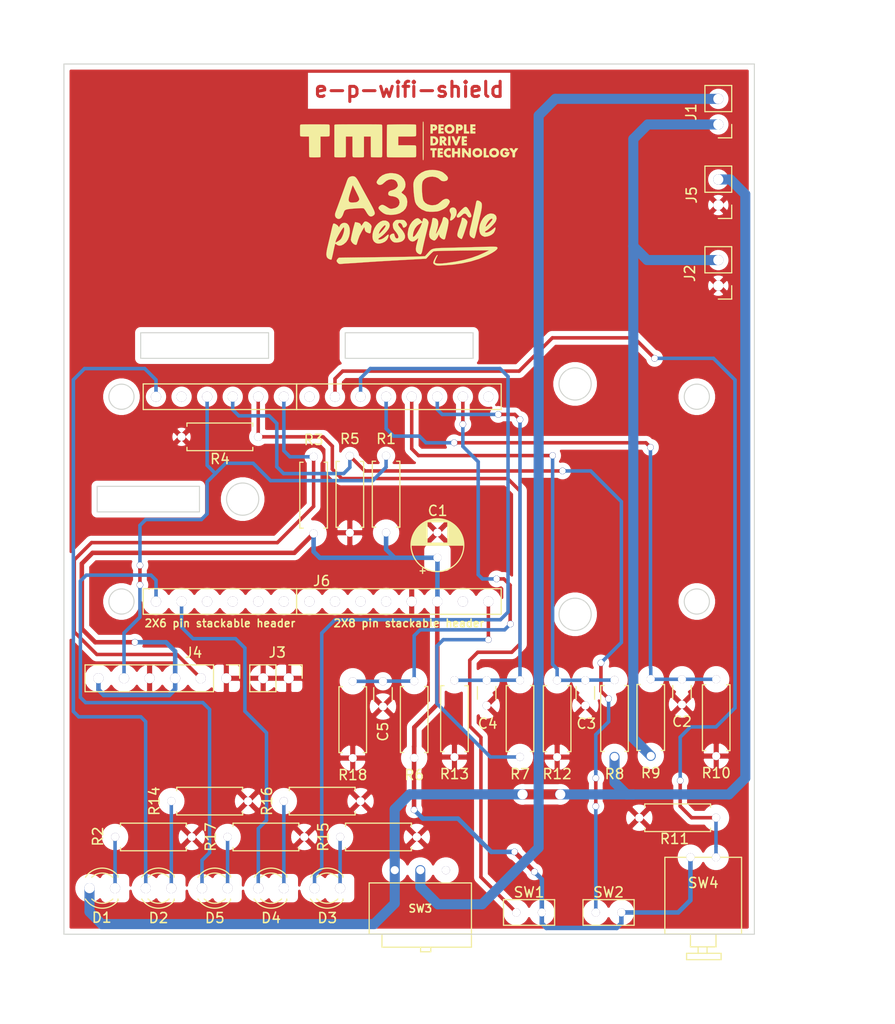
<source format=kicad_pcb>
(kicad_pcb (version 20171130) (host pcbnew "(5.1.4)-1")
  (title_block (title "routage e-p-wifi-shield") (date 2019-11-26) (rev 1.0) (company "A3C et TMC") (comment 1 "1ère version du shield, prototype 3") (comment 2 https://github.com/AIREL46/SCAO/tree/master/kicad/e-p-wifi-shield))
  (layers (0 F.Cu signal) (31 B.Cu signal) (34 B.Paste user) (35 F.Paste user) (36 B.SilkS user) (37 F.SilkS user) (38 B.Mask user) (39 F.Mask user) (44 Edge.Cuts user))
  (net 0 "")
  (net 1 +3V3)
  (net 2 GND)
  (net 3 "Net-(C2-Pad1)")
  (net 4 "Net-(C3-Pad1)")
  (net 5 "Net-(C4-Pad1)")
  (net 6 "Net-(C5-Pad1)")
  (net 7 "Net-(D1-Pad2)")
  (net 8 "Net-(D1-Pad1)")
  (net 9 "Net-(D2-Pad1)")
  (net 10 "Net-(D2-Pad2)")
  (net 11 "Net-(D3-Pad2)")
  (net 12 "Net-(D3-Pad1)")
  (net 13 "Net-(D4-Pad1)")
  (net 14 "Net-(D4-Pad2)")
  (net 15 "Net-(D5-Pad1)")
  (net 16 "Net-(D5-Pad2)")
  (net 17 "Net-(J1-Pad1)")
  (net 18 "Net-(J1-Pad2)")
  (net 19 "Net-(J4-Pad2)")
  (net 20 "Net-(J4-Pad5)")
  (net 21 "Net-(J6-PadAREF)")
  (net 22 "Net-(J6-PadVIN)")
  (net 23 "Net-(J6-PadRESET)")
  (net 24 "Net-(J6-PadTX)")
  (net 25 "Net-(J6-PadRX)")
  (net 26 "Net-(J6-PadA5)")
  (net 27 "Net-(J6-PadSCL)")
  (net 28 "Net-(J6-PadA6)")
  (net 29 "Net-(J6-PadSDA)")
  (net 30 "Net-(J6-PadMISO)")
  (net 31 "Net-(J6-PadD1)")
  (net 32 "Net-(J6-PadSCK)")
  (net 33 "Net-(J6-PadD2)")
  (net 34 "Net-(J6-PadMOSI)")
  (net 35 "Net-(J6-PadD4)")
  (net 36 "Net-(J6-Pad+5V)")
  (net 37 "Net-(SW3-Pad1)")
  (module LED_THT:LED_D3.0mm (layer F.Cu) (at 47.244 107.188 180)
    (fp_text reference D4 (at 1.27 -2.96) (layer F.SilkS))
    (fp_text value Rouge)
    (pad 1 thru_hole circle (at 0 0 180) (size 1 1) (drill 1) (layers *.Cu *.Mask) (net 13 "Net-(D4-Pad1)"))
    (pad 2 thru_hole circle (at 2.54 0 180) (size 1 1) (drill 1) (layers *.Cu *.Mask) (net 14 "Net-(D4-Pad2)"))
  )
  (module LED_THT:LED_D3.0mm (layer F.Cu) (at 36.068 107.188 180)
    (fp_text reference D2 (at 1.27 -2.96) (layer F.SilkS))
    (fp_text value Vert)
    (pad 1 thru_hole circle (at 0 0 180) (size 1 1) (drill 1) (layers *.Cu *.Mask) (net 9 "Net-(D2-Pad1)"))
    (pad 2 thru_hole circle (at 2.54 0 180) (size 1 1) (drill 1) (layers *.Cu *.Mask) (net 10 "Net-(D2-Pad2)"))
  )
  (module e-p-wifi-v2:switch (layer F.Cu) (at 60.8 105.4)
    (fp_text reference SW3 (at 0 3.81) (layer F.SilkS) (effects (font (size 0.762 0.762))))
    (fp_text value "Conrad 711771")
    (pad 2 thru_hole circle (at 0 0) (size 0.8 0.8) (drill 0.8) (layers *.Cu *.Mask) (net 18 "Net-(J1-Pad2)"))
    (pad 3 thru_hole circle (at -2.54 0) (size 0.8 0.8) (drill 0.8) (layers *.Cu *.Mask) (net 7 "Net-(D1-Pad2)"))
    (pad 1 thru_hole circle (at 2.54 0) (size 0.8 0.8) (drill 0.8) (layers *.Cu *.Mask) (net 37 "Net-(SW3-Pad1)"))
  )
  (module Connector_PinHeader_2.54mm:PinHeader_1x06_P2.54mm_Vertical (layer F.Cu) (at 41.53 86.36 270)
    (fp_text reference J4 (at -2.54 3.2522 180) (layer F.SilkS))
    (fp_text value Température)
    (pad 1 thru_hole circle (at 0 0 270) (size 1 1) (drill 1) (layers *.Cu *.Mask) (net 2 GND))
    (pad 2 thru_hole circle (at 0 2.54 270) (size 1 1) (drill 1) (layers *.Cu *.Mask) (net 19 "Net-(J4-Pad2)"))
    (pad 3 thru_hole circle (at 0 5.08 270) (size 1 1) (drill 1) (layers *.Cu *.Mask) (net 1 +3V3))
    (pad 4 thru_hole circle (at 0 7.62 270) (size 1 1) (drill 1) (layers *.Cu *.Mask) (net 2 GND))
    (pad 5 thru_hole circle (at 0 10.16 270) (size 1 1) (drill 1) (layers *.Cu *.Mask) (net 20 "Net-(J4-Pad5)"))
    (pad 6 thru_hole circle (at 0 12.7 270) (size 1 1) (drill 1) (layers *.Cu *.Mask) (net 1 +3V3))
  )
  (module LED_THT:LED_D3.0mm (layer F.Cu) (at 30.48 107.188 180)
    (fp_text reference D1 (at 1.325 -2.925) (layer F.SilkS))
    (fp_text value vert)
    (pad 2 thru_hole circle (at 2.54 0 180) (size 1 1) (drill 1) (layers *.Cu *.Mask) (net 7 "Net-(D1-Pad2)"))
    (pad 1 thru_hole circle (at 0 0 180) (size 1 1) (drill 1) (layers *.Cu *.Mask) (net 8 "Net-(D1-Pad1)"))
  )
  (module Capacitor_THT:C_Disc_D3.0mm_W1.6mm_P2.50mm (layer F.Cu) (at 77.19 86.56 270)
    (fp_text reference C3 (at 4.3 -0.1 180) (layer F.SilkS))
    (fp_text value 0.1mF)
    (pad 2 thru_hole circle (at 2.5 0 270) (size 0.8 0.8) (drill 0.8) (layers *.Cu *.Mask) (net 2 GND))
    (pad 1 thru_hole circle (at 0 0 270) (size 0.8 0.8) (drill 0.8) (layers *.Cu *.Mask) (net 4 "Net-(C3-Pad1)"))
  )
  (module Connector_PinHeader_2.54mm:PinHeader_1x02_P2.54mm_Vertical (layer F.Cu) (at 90.4 31.4 180)
    (fp_text reference J1 (at 2.7 1.225 270) (layer F.SilkS))
    (fp_text value Shunt)
    (pad 1 thru_hole circle (at 0 0 180) (size 1 1) (drill 1) (layers *.Cu *.Mask) (net 17 "Net-(J1-Pad1)"))
    (pad 2 thru_hole circle (at 0 2.54 180) (size 1 1) (drill 1) (layers *.Cu *.Mask) (net 18 "Net-(J1-Pad2)"))
  )
  (module Connector_PinHeader_2.54mm:PinHeader_1x02_P2.54mm_Vertical (layer F.Cu) (at 90.4 47.4 180)
    (fp_text reference J2 (at 2.825 1.225 270) (layer F.SilkS))
    (fp_text value Vbat1)
    (pad 1 thru_hole circle (at 0 0 180) (size 1 1) (drill 1) (layers *.Cu *.Mask) (net 2 GND))
    (pad 2 thru_hole circle (at 0 2.54 180) (size 1 1) (drill 1) (layers *.Cu *.Mask) (net 17 "Net-(J1-Pad1)"))
  )
  (module Connector_PinHeader_2.54mm:PinHeader_1x02_P2.54mm_Vertical (layer F.Cu) (at 47.73 86.36 270)
    (fp_text reference J3 (at -2.56 1.14 180) (layer F.SilkS))
    (fp_text value "Masse T1")
    (pad 2 thru_hole circle (at 0 2.54 270) (size 1 1) (drill 1) (layers *.Cu *.Mask) (net 2 GND))
    (pad 1 thru_hole circle (at 0 0 270) (size 1 1) (drill 1) (layers *.Cu *.Mask) (net 2 GND))
  )
  (module Capacitor_THT:CP_Radial_D5.0mm_P2.50mm (layer F.Cu) (at 62.5 74.4 90)
    (fp_text reference C1 (at 4.66 0.02) (layer F.SilkS))
    (fp_text value 4.7µF)
    (pad 1 thru_hole circle (at 0 0 90) (size 0.8 0.8) (drill 0.8) (layers *.Cu *.Mask) (net 1 +3V3))
    (pad 2 thru_hole circle (at 2.5 0 90) (size 0.8 0.8) (drill 0.8) (layers *.Cu *.Mask) (net 2 GND))
  )
  (module logo:tmc-logo-1200dpi (layer F.Cu) (at 59.69 33.02)
    (fp_text reference G*** hide)
    (fp_text value LOGO hide)
  )
  (module Capacitor_THT:C_Disc_D3.0mm_W1.6mm_P2.50mm (layer F.Cu) (at 86.79 86.46 270)
    (fp_text reference C2 (at 4.2 0 180) (layer F.SilkS))
    (fp_text value 0.1mF)
    (pad 1 thru_hole circle (at 0 0 270) (size 0.8 0.8) (drill 0.8) (layers *.Cu *.Mask) (net 3 "Net-(C2-Pad1)"))
    (pad 2 thru_hole circle (at 2.5 0 270) (size 0.8 0.8) (drill 0.8) (layers *.Cu *.Mask) (net 2 GND))
  )
  (module Capacitor_THT:C_Disc_D3.0mm_W1.6mm_P2.50mm (layer F.Cu) (at 67.39 86.56 270)
    (fp_text reference C4 (at 4.3 -0.1 180) (layer F.SilkS))
    (fp_text value 0.1mF)
    (pad 1 thru_hole circle (at 0 0 270) (size 0.8 0.8) (drill 0.8) (layers *.Cu *.Mask) (net 5 "Net-(C4-Pad1)"))
    (pad 2 thru_hole circle (at 2.5 0 270) (size 0.8 0.8) (drill 0.8) (layers *.Cu *.Mask) (net 2 GND))
  )
  (module LED_THT:LED_D3.0mm (layer F.Cu) (at 41.656 107.188 180)
    (fp_text reference D5 (at 1.27 -2.96) (layer F.SilkS))
    (fp_text value Jaune)
    (pad 1 thru_hole circle (at 0 0 180) (size 1 1) (drill 1) (layers *.Cu *.Mask) (net 15 "Net-(D5-Pad1)"))
    (pad 2 thru_hole circle (at 2.54 0 180) (size 1 1) (drill 1) (layers *.Cu *.Mask) (net 16 "Net-(D5-Pad2)"))
  )
  (module Capacitor_THT:C_Disc_D3.0mm_W1.6mm_P2.50mm (layer F.Cu) (at 57.09 86.66 270)
    (fp_text reference C5 (at 5 0 90) (layer F.SilkS))
    (fp_text value 0.1mF)
    (pad 2 thru_hole circle (at 2.5 0 270) (size 0.8 0.8) (drill 0.8) (layers *.Cu *.Mask) (net 2 GND))
    (pad 1 thru_hole circle (at 0 0 270) (size 0.8 0.8) (drill 0.8) (layers *.Cu *.Mask) (net 6 "Net-(C5-Pad1)"))
  )
  (module logo:a3c-logo-500dpi (layer F.Cu) (at 59.69 40.64)
    (fp_text reference G*** hide)
    (fp_text value LOGO hide)
  )
  (module LED_THT:LED_D3.0mm (layer F.Cu) (at 52.832 107.188 180)
    (fp_text reference D3 (at 1.27 -2.96) (layer F.SilkS))
    (fp_text value bleu)
    (pad 2 thru_hole circle (at 2.54 0 180) (size 1 1) (drill 1) (layers *.Cu *.Mask) (net 11 "Net-(D3-Pad2)"))
    (pad 1 thru_hole circle (at 0 0 180) (size 1 1) (drill 1) (layers *.Cu *.Mask) (net 12 "Net-(D3-Pad1)"))
  )
  (module Connector_PinHeader_2.54mm:PinHeader_1x02_P2.54mm_Vertical (layer F.Cu) (at 90.4 39.4 180)
    (fp_text reference J5 (at 2.65 1 270) (layer F.SilkS))
    (fp_text value Vbat2)
    (pad 2 thru_hole circle (at 0 2.54 180) (size 1 1) (drill 1) (layers *.Cu *.Mask) (net 7 "Net-(D1-Pad2)"))
    (pad 1 thru_hole circle (at 0 0 180) (size 1 1) (drill 1) (layers *.Cu *.Mask) (net 2 GND))
  )
  (module Resistor_THT:R_Axial_DIN0207_L6.3mm_D2.5mm_P7.62mm_Horizontal (layer F.Cu) (at 50.2 72 90)
    (fp_text reference R3 (at 9.3 0 180) (layer F.SilkS))
    (fp_text value 4.7k)
    (pad 1 thru_hole circle (at 0 0 90) (size 0.8 0.8) (drill 0.8) (layers *.Cu *.Mask) (net 1 +3V3))
    (pad 2 thru_hole circle (at 7.62 0 90) (size 0.8 0.8) (drill 0.8) (layers *.Cu *.Mask) (net 19 "Net-(J4-Pad2)"))
  )
  (module Resistor_THT:R_Axial_DIN0207_L6.3mm_D2.5mm_P7.62mm_Horizontal (layer F.Cu) (at 90.19 86.46 270)
    (fp_text reference R10 (at 9.3 0 180) (layer F.SilkS))
    (fp_text value 4.7k)
    (pad 2 thru_hole circle (at 7.62 0 270) (size 0.8 0.8) (drill 0.8) (layers *.Cu *.Mask) (net 2 GND))
    (pad 1 thru_hole circle (at 0 0 270) (size 0.8 0.8) (drill 0.8) (layers *.Cu *.Mask) (net 3 "Net-(C2-Pad1)"))
  )
  (module Resistor_THT:R_Axial_DIN0207_L6.3mm_D2.5mm_P7.62mm_Horizontal (layer F.Cu) (at 64.19 86.56 270)
    (fp_text reference R13 (at 9.3 0) (layer F.SilkS))
    (fp_text value 4.7k)
    (pad 2 thru_hole circle (at 7.62 0 270) (size 0.8 0.8) (drill 0.8) (layers *.Cu *.Mask) (net 2 GND))
    (pad 1 thru_hole circle (at 0 0 270) (size 0.8 0.8) (drill 0.8) (layers *.Cu *.Mask) (net 5 "Net-(C4-Pad1)"))
  )
  (module Resistor_THT:R_Axial_DIN0207_L6.3mm_D2.5mm_P7.62mm_Horizontal (layer F.Cu) (at 53.8 64.3 270)
    (fp_text reference R5 (at -1.7 0 180) (layer F.SilkS))
    (fp_text value 47k)
    (pad 1 thru_hole circle (at 0 0 270) (size 0.8 0.8) (drill 0.8) (layers *.Cu *.Mask) (net 33 "Net-(J6-PadD2)"))
    (pad 2 thru_hole circle (at 7.62 0 270) (size 0.8 0.8) (drill 0.8) (layers *.Cu *.Mask) (net 2 GND))
  )
  (module Resistor_THT:R_Axial_DIN0207_L6.3mm_D2.5mm_P7.62mm_Horizontal (layer F.Cu) (at 43.688 98.552 180)
    (fp_text reference R14 (at 9.3 0 270) (layer F.SilkS))
    (fp_text value 1K)
    (pad 2 thru_hole circle (at 7.62 0 180) (size 0.8 0.8) (drill 0.8) (layers *.Cu *.Mask) (net 9 "Net-(D2-Pad1)"))
    (pad 1 thru_hole circle (at 0 0 180) (size 0.8 0.8) (drill 0.8) (layers *.Cu *.Mask) (net 2 GND))
  )
  (module Resistor_THT:R_Axial_DIN0207_L6.3mm_D2.5mm_P7.62mm_Horizontal (layer F.Cu) (at 60.19 94.26 90)
    (fp_text reference R6 (at -1.7 0 180) (layer F.SilkS))
    (fp_text value 4.7k)
    (pad 2 thru_hole circle (at 7.62 0 90) (size 0.8 0.8) (drill 0.8) (layers *.Cu *.Mask) (net 6 "Net-(C5-Pad1)"))
    (pad 1 thru_hole circle (at 0 0 90) (size 0.8 0.8) (drill 0.8) (layers *.Cu *.Mask) (net 1 +3V3))
  )
  (module Resistor_THT:R_Axial_DIN0207_L6.3mm_D2.5mm_P7.62mm_Horizontal (layer F.Cu) (at 70.7 94.17 90)
    (fp_text reference R7 (at -1.7 0 180) (layer F.SilkS))
    (fp_text value 4.7k)
    (pad 1 thru_hole circle (at 0 0 90) (size 0.8 0.8) (drill 0.8) (layers *.Cu *.Mask) (net 36 "Net-(J6-Pad+5V)"))
    (pad 2 thru_hole circle (at 7.62 0 90) (size 0.8 0.8) (drill 0.8) (layers *.Cu *.Mask) (net 5 "Net-(C4-Pad1)"))
  )
  (module Resistor_THT:R_Axial_DIN0207_L6.3mm_D2.5mm_P7.62mm_Horizontal (layer F.Cu) (at 60.452 102.108 180)
    (fp_text reference R15 (at 9.3 0 270) (layer F.SilkS))
    (fp_text value 1K)
    (pad 1 thru_hole circle (at 0 0 180) (size 0.8 0.8) (drill 0.8) (layers *.Cu *.Mask) (net 2 GND))
    (pad 2 thru_hole circle (at 7.62 0 180) (size 0.8 0.8) (drill 0.8) (layers *.Cu *.Mask) (net 12 "Net-(D3-Pad1)"))
  )
  (module Resistor_THT:R_Axial_DIN0207_L6.3mm_D2.5mm_P7.62mm_Horizontal (layer F.Cu) (at 74.39 86.56 270)
    (fp_text reference R12 (at 9.3 0 180) (layer F.SilkS))
    (fp_text value 4.7k)
    (pad 1 thru_hole circle (at 0 0 270) (size 0.8 0.8) (drill 0.8) (layers *.Cu *.Mask) (net 4 "Net-(C3-Pad1)"))
    (pad 2 thru_hole circle (at 7.62 0 270) (size 0.8 0.8) (drill 0.8) (layers *.Cu *.Mask) (net 2 GND))
  )
  (module Resistor_THT:R_Axial_DIN0207_L6.3mm_D2.5mm_P7.62mm_Horizontal (layer F.Cu) (at 54.864 98.552 180)
    (fp_text reference R16 (at 9.3 0 270) (layer F.SilkS))
    (fp_text value 1K)
    (pad 2 thru_hole circle (at 7.62 0 180) (size 0.8 0.8) (drill 0.8) (layers *.Cu *.Mask) (net 13 "Net-(D4-Pad1)"))
    (pad 1 thru_hole circle (at 0 0 180) (size 0.8 0.8) (drill 0.8) (layers *.Cu *.Mask) (net 2 GND))
  )
  (module Resistor_THT:R_Axial_DIN0207_L6.3mm_D2.5mm_P7.62mm_Horizontal (layer F.Cu) (at 49.276 102.108 180)
    (fp_text reference R17 (at 9.3 0 270) (layer F.SilkS))
    (fp_text value 1K)
    (pad 1 thru_hole circle (at 0 0 180) (size 0.8 0.8) (drill 0.8) (layers *.Cu *.Mask) (net 2 GND))
    (pad 2 thru_hole circle (at 7.62 0 180) (size 0.8 0.8) (drill 0.8) (layers *.Cu *.Mask) (net 15 "Net-(D5-Pad1)"))
  )
  (module Resistor_THT:R_Axial_DIN0207_L6.3mm_D2.5mm_P7.62mm_Horizontal (layer F.Cu) (at 82.55 100.2)
    (fp_text reference R11 (at 3.5 2.1 180) (layer F.SilkS))
    (fp_text value 47k)
    (pad 2 thru_hole circle (at 7.62 0) (size 0.8 0.8) (drill 0.8) (layers *.Cu *.Mask) (net 26 "Net-(J6-PadA5)"))
    (pad 1 thru_hole circle (at 0 0) (size 0.8 0.8) (drill 0.8) (layers *.Cu *.Mask) (net 2 GND))
  )
  (module Resistor_THT:R_Axial_DIN0207_L6.3mm_D2.5mm_P7.62mm_Horizontal (layer F.Cu) (at 80.09 94.16 90)
    (fp_text reference R8 (at -1.7 0 180) (layer F.SilkS))
    (fp_text value 4.7k)
    (pad 2 thru_hole circle (at 7.62 0 90) (size 0.8 0.8) (drill 0.8) (layers *.Cu *.Mask) (net 4 "Net-(C3-Pad1)"))
    (pad 1 thru_hole circle (at 0 0 90) (size 0.8 0.8) (drill 0.8) (layers *.Cu *.Mask) (net 7 "Net-(D1-Pad2)"))
  )
  (module Resistor_THT:R_Axial_DIN0207_L6.3mm_D2.5mm_P7.62mm_Horizontal (layer F.Cu) (at 57.4 71.9 90)
    (fp_text reference R1 (at 9.3 0 180) (layer F.SilkS))
    (fp_text value 4.7k)
    (pad 1 thru_hole circle (at 0 0 90) (size 0.8 0.8) (drill 0.8) (layers *.Cu *.Mask) (net 1 +3V3))
    (pad 2 thru_hole circle (at 7.62 0 90) (size 0.8 0.8) (drill 0.8) (layers *.Cu *.Mask) (net 20 "Net-(J4-Pad5)"))
  )
  (module Resistor_THT:R_Axial_DIN0207_L6.3mm_D2.5mm_P7.62mm_Horizontal (layer F.Cu) (at 38.1 102.108 180)
    (fp_text reference R2 (at 9.32 0.05 90) (layer F.SilkS))
    (fp_text value 1K)
    (pad 2 thru_hole circle (at 7.62 0 180) (size 0.8 0.8) (drill 0.8) (layers *.Cu *.Mask) (net 8 "Net-(D1-Pad1)"))
    (pad 1 thru_hole circle (at 0 0 180) (size 0.8 0.8) (drill 0.8) (layers *.Cu *.Mask) (net 2 GND))
  )
  (module e-p-wifi-v2:PinSocket_2x14_MKR1010 (layer F.Cu) (at 51.055 68.58 270)
    (fp_text reference J6 (at 8.12 0.055 180) (layer F.SilkS))
    (fp_text value Conn_02x14_MKR1010)
    (fp_text user "2X8 pin stackable header" (at 12.32 -8.615 180) (layer F.SilkS) (effects (font (size 0.762 0.762))))
    (fp_text user "2X6 pin stackable header" (at 12.32 10.155 180) (layer F.SilkS) (effects (font (size 0.762 0.762))))
    (pad AREF thru_hole circle (at -10.16 -16.51 270) (size 1 1) (drill 1) (layers *.Cu *.Mask) (net 21 "Net-(J6-PadAREF)"))
    (pad VIN thru_hole circle (at 10.16 -13.97 270) (size 1 1) (drill 1) (layers *.Cu *.Mask) (net 22 "Net-(J6-PadVIN)"))
    (pad A0 thru_hole circle (at -10.16 -13.97 270) (size 1 1) (drill 1) (layers *.Cu *.Mask) (net 6 "Net-(C5-Pad1)"))
    (pad +3V3 thru_hole circle (at 10.16 -11.43 270) (size 1 1) (drill 1) (layers *.Cu *.Mask) (net 1 +3V3))
    (pad A1 thru_hole circle (at -10.16 -11.43 270) (size 1 1) (drill 1) (layers *.Cu *.Mask) (net 5 "Net-(C4-Pad1)"))
    (pad GND thru_hole circle (at 10.16 -8.89 270) (size 1 1) (drill 1) (layers *.Cu *.Mask) (net 2 GND))
    (pad A2 thru_hole circle (at -10.16 -8.89 270) (size 1 1) (drill 1) (layers *.Cu *.Mask) (net 4 "Net-(C3-Pad1)"))
    (pad RESET thru_hole circle (at 10.16 -6.35 270) (size 1 1) (drill 1) (layers *.Cu *.Mask) (net 23 "Net-(J6-PadRESET)"))
    (pad A3 thru_hole circle (at -10.16 -6.35 270) (size 1 1) (drill 1) (layers *.Cu *.Mask) (net 3 "Net-(C2-Pad1)"))
    (pad TX thru_hole circle (at 10.16 -3.81 270) (size 1 1) (drill 1) (layers *.Cu *.Mask) (net 24 "Net-(J6-PadTX)"))
    (pad A4 thru_hole circle (at -10.16 -3.81 270) (size 1 1) (drill 1) (layers *.Cu *.Mask) (net 11 "Net-(D3-Pad2)"))
    (pad RX thru_hole circle (at 10.16 -1.27 270) (size 1 1) (drill 1) (layers *.Cu *.Mask) (net 25 "Net-(J6-PadRX)"))
    (pad A5 thru_hole circle (at -10.16 -1.27 270) (size 1 1) (drill 1) (layers *.Cu *.Mask) (net 26 "Net-(J6-PadA5)"))
    (pad SCL thru_hole circle (at 10.16 1.27 270) (size 1 1) (drill 1) (layers *.Cu *.Mask) (net 27 "Net-(J6-PadSCL)"))
    (pad A6 thru_hole circle (at -10.16 1.27 270) (size 1 1) (drill 1) (layers *.Cu *.Mask) (net 28 "Net-(J6-PadA6)"))
    (pad SDA thru_hole circle (at 10.16 3.81 270) (size 1 1) (drill 1) (layers *.Cu *.Mask) (net 29 "Net-(J6-PadSDA)"))
    (pad D0 thru_hole circle (at -10.16 3.81 270) (size 1 1) (drill 1) (layers *.Cu *.Mask) (net 19 "Net-(J4-Pad2)"))
    (pad MISO thru_hole circle (at 10.16 6.35 270) (size 1 1) (drill 1) (layers *.Cu *.Mask) (net 30 "Net-(J6-PadMISO)"))
    (pad D1 thru_hole circle (at -10.16 6.35 270) (size 1 1) (drill 1) (layers *.Cu *.Mask) (net 31 "Net-(J6-PadD1)"))
    (pad SCK thru_hole circle (at 10.16 8.89 270) (size 1 1) (drill 1) (layers *.Cu *.Mask) (net 32 "Net-(J6-PadSCK)"))
    (pad D2 thru_hole circle (at -10.16 8.89 270) (size 1 1) (drill 1) (layers *.Cu *.Mask) (net 33 "Net-(J6-PadD2)"))
    (pad MOSI thru_hole circle (at 10.16 11.43 270) (size 1 1) (drill 1) (layers *.Cu *.Mask) (net 34 "Net-(J6-PadMOSI)"))
    (pad D3 thru_hole circle (at -10.16 11.43 270) (size 1 1) (drill 1) (layers *.Cu *.Mask) (net 20 "Net-(J4-Pad5)"))
    (pad D7 thru_hole circle (at 10.16 13.97 270) (size 1 1) (drill 1) (layers *.Cu *.Mask) (net 14 "Net-(D4-Pad2)"))
    (pad D4 thru_hole circle (at -10.16 13.97 270) (size 1 1) (drill 1) (layers *.Cu *.Mask) (net 35 "Net-(J6-PadD4)"))
    (pad D6 thru_hole circle (at 10.16 16.51 270) (size 1 1) (drill 1) (layers *.Cu *.Mask) (net 16 "Net-(D5-Pad2)"))
    (pad D5 thru_hole circle (at -10.16 16.51 270) (size 1 1) (drill 1) (layers *.Cu *.Mask) (net 10 "Net-(D2-Pad2)"))
    (pad +5V thru_hole circle (at 10.16 -16.51 270) (size 1 1) (drill 1) (layers *.Cu *.Mask) (net 36 "Net-(J6-Pad+5V)"))
  )
  (module Resistor_THT:R_Axial_DIN0207_L6.3mm_D2.5mm_P7.62mm_Horizontal (layer F.Cu) (at 44.7 62.4 180)
    (fp_text reference R4 (at 3.8 -2.2) (layer F.SilkS))
    (fp_text value 47k)
    (pad 2 thru_hole circle (at 7.62 0 180) (size 0.8 0.8) (drill 0.8) (layers *.Cu *.Mask) (net 2 GND))
    (pad 1 thru_hole circle (at 0 0 180) (size 0.8 0.8) (drill 0.8) (layers *.Cu *.Mask) (net 31 "Net-(J6-PadD1)"))
  )
  (module Resistor_THT:R_Axial_DIN0207_L6.3mm_D2.5mm_P7.62mm_Horizontal (layer F.Cu) (at 83.69 94.06 90)
    (fp_text reference R9 (at -1.7 0 180) (layer F.SilkS))
    (fp_text value 4.7k)
    (pad 1 thru_hole circle (at 0 0 90) (size 0.8 0.8) (drill 0.8) (layers *.Cu *.Mask) (net 17 "Net-(J1-Pad1)"))
    (pad 2 thru_hole circle (at 7.62 0 90) (size 0.8 0.8) (drill 0.8) (layers *.Cu *.Mask) (net 3 "Net-(C2-Pad1)"))
  )
  (module Resistor_THT:R_Axial_DIN0207_L6.3mm_D2.5mm_P7.62mm_Horizontal (layer F.Cu) (at 54.09 86.66 270)
    (fp_text reference R18 (at 9.3 0 180) (layer F.SilkS))
    (fp_text value 4.7k)
    (pad 1 thru_hole circle (at 0 0 270) (size 0.8 0.8) (drill 0.8) (layers *.Cu *.Mask) (net 6 "Net-(C5-Pad1)"))
    (pad 2 thru_hole circle (at 7.62 0 270) (size 0.8 0.8) (drill 0.8) (layers *.Cu *.Mask) (net 2 GND))
  )
  (module e-p-wifi-v2:BP (layer F.Cu) (at 88.9 104.125)
    (fp_text reference SW4 (at 0 2.54) (layer F.SilkS))
    (fp_text value "BP APEM")
    (pad 1 thru_hole circle (at -1.27 0) (size 0.8 0.8) (drill 0.8) (layers *.Cu *.Mask) (net 1 +3V3))
    (pad 2 thru_hole circle (at 1.27 0) (size 0.8 0.8) (drill 0.8) (layers *.Cu *.Mask) (net 26 "Net-(J6-PadA5)"))
  )
  (module e-p-wifi-v2:jumper-switch (layer F.Cu) (at 79.5 109.6 180)
    (fp_text reference SW2 (at 0 2) (layer F.SilkS))
    (fp_text value Sleep)
    (pad 1 thru_hole circle (at -1.27 0 180) (size 0.8 0.8) (drill 0.8) (layers *.Cu *.Mask) (net 1 +3V3))
    (pad 2 thru_hole circle (at 1.27 0 180) (size 0.8 0.8) (drill 0.8) (layers *.Cu *.Mask) (net 33 "Net-(J6-PadD2)"))
  )
  (module e-p-wifi-v2:jumper-switch (layer F.Cu) (at 71.6 109.6 180)
    (fp_text reference SW1 (at 0 2) (layer F.SilkS))
    (fp_text value StSp)
    (pad 2 thru_hole circle (at 1.27 0 180) (size 0.8 0.8) (drill 0.8) (layers *.Cu *.Mask) (net 31 "Net-(J6-PadD1)"))
    (pad 1 thru_hole circle (at -1.27 0 180) (size 0.8 0.8) (drill 0.8) (layers *.Cu *.Mask) (net 1 +3V3))
  )
  (gr_circle (center 43.1546 68.58) (end 44.7546 68.58) (layer Edge.Cuts) (width 0.1))
  (gr_circle (center 31.115 58.42) (end 32.365 58.42) (layer Edge.Cuts) (width 0.1))
  (gr_circle (center 31.115 78.74) (end 32.365 78.74) (layer Edge.Cuts) (width 0.1))
  (gr_circle (center 88.265 58.42) (end 89.515 58.42) (layer Edge.Cuts) (width 0.1))
  (gr_circle (center 76.1746 57.15) (end 77.7746 57.15) (layer Edge.Cuts) (width 0.1))
  (gr_circle (center 76.1746 80.01) (end 77.7746 80.01) (layer Edge.Cuts) (width 0.1))
  (gr_circle (center 88.265 78.74) (end 89.515 78.74) (layer Edge.Cuts) (width 0.1))
  (gr_line (start 45.726 52.07) (end 45.726 54.61) (layer Edge.Cuts) (width 0.1))
  (gr_line (start 33.026 52.07) (end 33.026 54.61) (layer Edge.Cuts) (width 0.1))
  (gr_line (start 33.026 52.07) (end 45.726 52.07) (layer Edge.Cuts) (width 0.1))
  (gr_line (start 33.026 54.61) (end 45.726 54.61) (layer Edge.Cuts) (width 0.1))
  (gr_line (start 53.34 54.61) (end 53.34 52.07) (layer Edge.Cuts) (width 0.1))
  (gr_line (start 66.04 52.07) (end 66.04 54.61) (layer Edge.Cuts) (width 0.1))
  (gr_line (start 53.34 52.07) (end 66.04 52.07) (layer Edge.Cuts) (width 0.1))
  (gr_line (start 53.34 54.61) (end 66.04 54.61) (layer Edge.Cuts) (width 0.1))
  (gr_line (start 28.702 69.85) (end 38.862 69.85) (layer Edge.Cuts) (width 0.1))
  (gr_line (start 38.862 67.31) (end 28.702 67.31) (layer Edge.Cuts) (width 0.1))
  (gr_line (start 28.702 67.31) (end 28.702 69.85) (layer Edge.Cuts) (width 0.1))
  (gr_line (start 25.4 111.76) (end 93.98 111.76) (layer Edge.Cuts) (width 0.1))
  (gr_line (start 93.98 25.4) (end 93.98 111.76) (layer Edge.Cuts) (width 0.1))
  (gr_line (start 25.4 25.4) (end 25.4 111.76) (layer Edge.Cuts) (width 0.1))
  (gr_line (start 38.862 67.31) (end 38.862 69.85) (layer Edge.Cuts) (width 0.1))
  (gr_line (start 25.4 25.4) (end 93.98 25.4) (layer Edge.Cuts) (width 0.1))
  (gr_text e-p-wifi-shield (at 59.69 27.94) (layer F.Cu) (effects (font (size 1.5 1.5) (thickness 0.3))))
  (segment (start 87.63 108.3818) (end 87.63 104.125) (width 0.45) (layer B.Cu) (net 1))
  (segment (start 80.77 109.6) (end 86.4118 109.6) (width 0.45) (layer B.Cu) (net 1))
  (segment (start 86.4118 109.6) (end 87.63 108.3818) (width 0.45) (layer B.Cu) (net 1))
  (segment (start 72.87 110.67763) (end 72.87 109.6) (width 0.45) (layer B.Cu) (net 1))
  (segment (start 73.32736 111.13499) (end 72.87 110.67763) (width 0.45) (layer B.Cu) (net 1))
  (segment (start 80.31264 111.13499) (end 73.32736 111.13499) (width 0.45) (layer B.Cu) (net 1))
  (segment (start 80.77 110.67763) (end 80.31264 111.13499) (width 0.45) (layer B.Cu) (net 1))
  (segment (start 80.77 109.6) (end 80.77 110.67763) (width 0.45) (layer B.Cu) (net 1))
  (segment (start 72.87 109.6) (end 72.87 106.30656) (width 0.45) (layer B.Cu) (net 1))
  (segment (start 72.87 106.30656) (end 72.13281 105.56937) (width 0.45) (layer B.Cu) (net 1))
  (segment (start 71.582811 105.019371) (end 71.582811 105.014291) (width 0.45) (layer F.Cu) (net 1))
  (segment (start 72.13281 105.56937) (end 71.582811 105.019371) (width 0.45) (layer F.Cu) (net 1))
  (segment (start 71.582811 105.014291) (end 70.15672 103.5882) (width 0.45) (layer F.Cu) (net 1))
  (segment (start 70.15672 103.5882) (end 70.15418 103.5882) (width 0.45) (layer F.Cu) (net 1))
  (segment (start 60.17703 94.27297) (end 60.19 94.26) (width 0.45) (layer F.Cu) (net 1))
  (segment (start 60.17703 99.41241) (end 60.17703 94.27297) (width 0.45) (layer F.Cu) (net 1))
  (segment (start 61.05144 100.28682) (end 60.17703 99.41241) (width 0.45) (layer B.Cu) (net 1))
  (segment (start 64.54902 100.28682) (end 61.05144 100.28682) (width 0.45) (layer B.Cu) (net 1))
  (segment (start 70.15418 103.5882) (end 67.8504 103.5882) (width 0.45) (layer B.Cu) (net 1))
  (segment (start 67.8504 103.5882) (end 64.54902 100.28682) (width 0.45) (layer B.Cu) (net 1))
  (segment (start 28.83 87.49638) (end 28.83 86.36) (width 0.45) (layer B.Cu) (net 1))
  (segment (start 29.35915 88.02553) (end 28.83 87.49638) (width 0.45) (layer B.Cu) (net 1))
  (segment (start 35.85789 88.02553) (end 29.35915 88.02553) (width 0.45) (layer B.Cu) (net 1))
  (segment (start 36.45 86.36) (end 36.45 87.43342) (width 0.45) (layer B.Cu) (net 1))
  (segment (start 36.45 87.43342) (end 35.85789 88.02553) (width 0.45) (layer B.Cu) (net 1))
  (segment (start 62.5 78.725) (end 62.485 78.74) (width 0.45) (layer B.Cu) (net 1))
  (segment (start 62.5 74.4) (end 62.5 78.725) (width 0.45) (layer B.Cu) (net 1))
  (segment (start 57.4 73.56202) (end 57.4 71.9) (width 0.45) (layer B.Cu) (net 1))
  (segment (start 62.5 74.4) (end 58.23798 74.4) (width 0.45) (layer B.Cu) (net 1))
  (segment (start 58.23798 74.4) (end 57.4 73.56202) (width 0.45) (layer B.Cu) (net 1))
  (segment (start 50.2 73.78644) (end 50.2 72) (width 0.45) (layer B.Cu) (net 1))
  (segment (start 58.23798 74.4) (end 50.81356 74.4) (width 0.45) (layer B.Cu) (net 1))
  (segment (start 50.81356 74.4) (end 50.2 73.78644) (width 0.45) (layer B.Cu) (net 1))
  (segment (start 62.485 88.94) (end 62.485 78.74) (width 0.45) (layer F.Cu) (net 1))
  (segment (start 60.2 91.225) (end 62.485 88.94) (width 0.45) (layer F.Cu) (net 1))
  (segment (start 60.2 93.11863) (end 60.2 91.225) (width 0.45) (layer F.Cu) (net 1))
  (segment (start 60.19 94.26) (end 60.19 93.12863) (width 0.45) (layer F.Cu) (net 1))
  (segment (start 60.19 93.12863) (end 60.2 93.11863) (width 0.45) (layer F.Cu) (net 1))
  (segment (start 28.2448 73.914) (end 48.286 73.914) (width 0.45) (layer F.Cu) (net 1))
  (segment (start 27.178 74.9808) (end 28.2448 73.914) (width 0.45) (layer F.Cu) (net 1))
  (segment (start 28.51404 82.78368) (end 27.178 81.44764) (width 0.45) (layer F.Cu) (net 1))
  (segment (start 32.445 82.78368) (end 28.51404 82.78368) (width 0.45) (layer F.Cu) (net 1))
  (segment (start 27.178 81.44764) (end 27.178 74.9808) (width 0.45) (layer F.Cu) (net 1))
  (segment (start 48.286 73.914) (end 50.2 72) (width 0.45) (layer F.Cu) (net 1))
  (via (at 70.15418 103.5882) (size 0.65) (drill 0.6) (layers F.Cu B.Cu) (net 1))
  (via (at 72.13281 105.56937) (size 0.65) (drill 0.6) (layers F.Cu B.Cu) (net 1))
  (via (at 60.17703 99.41241) (size 0.65) (drill 0.6) (layers F.Cu B.Cu) (net 1))
  (via (at 32.445 82.78368) (size 0.65) (drill 0.6) (layers F.Cu B.Cu) (net 1))
  (segment (start 35.53968 82.78368) (end 32.445 82.78368) (width 0.45) (layer B.Cu) (net 1))
  (segment (start 36.45 86.36) (end 36.45 83.694) (width 0.45) (layer B.Cu) (net 1))
  (segment (start 36.45 83.694) (end 35.53968 82.78368) (width 0.45) (layer B.Cu) (net 1))
  (segment (start 90.19 86.46) (end 86.79 86.46) (width 0.35) (layer B.Cu) (net 3))
  (segment (start 83.71 86.46) (end 83.69 86.44) (width 0.35) (layer B.Cu) (net 3))
  (segment (start 86.79 86.46) (end 83.71 86.46) (width 0.35) (layer B.Cu) (net 3))
  (segment (start 83.210001 62.990001) (end 64.160001 62.990001) (width 0.35) (layer F.Cu) (net 3))
  (segment (start 83.66 85.27863) (end 83.66 63.44) (width 0.35) (layer B.Cu) (net 3))
  (segment (start 83.69 85.30863) (end 83.66 85.27863) (width 0.35) (layer B.Cu) (net 3))
  (segment (start 83.69 86.44) (end 83.69 85.30863) (width 0.35) (layer B.Cu) (net 3))
  (segment (start 83.66 63.44) (end 83.210001 62.990001) (width 0.35) (layer F.Cu) (net 3))
  (via (at 83.66 63.44) (size 0.65) (drill 0.6) (layers F.Cu B.Cu) (net 3))
  (via (at 64.160001 62.990001) (size 0.65) (drill 0.6) (layers F.Cu B.Cu) (net 3))
  (segment (start 57.405 61.585) (end 57.405 58.42) (width 0.35) (layer B.Cu) (net 3))
  (segment (start 58.15 62.33) (end 57.405 61.585) (width 0.35) (layer B.Cu) (net 3))
  (segment (start 60.7044 62.33) (end 58.15 62.33) (width 0.35) (layer B.Cu) (net 3))
  (segment (start 64.160001 62.990001) (end 61.364401 62.990001) (width 0.35) (layer B.Cu) (net 3))
  (segment (start 61.364401 62.990001) (end 60.7044 62.33) (width 0.35) (layer B.Cu) (net 3))
  (segment (start 77.21 86.54) (end 77.19 86.56) (width 0.35) (layer B.Cu) (net 4))
  (segment (start 80.09 86.54) (end 77.21 86.54) (width 0.35) (layer B.Cu) (net 4))
  (segment (start 77.19 86.56) (end 74.39 86.56) (width 0.35) (layer B.Cu) (net 4))
  (segment (start 59.945 59.622081) (end 59.945 58.42) (width 0.35) (layer F.Cu) (net 4))
  (segment (start 59.945 63.585) (end 59.945 59.622081) (width 0.35) (layer F.Cu) (net 4))
  (segment (start 73.94 64.26) (end 60.62 64.26) (width 0.35) (layer F.Cu) (net 4))
  (segment (start 60.62 64.26) (end 59.945 63.585) (width 0.35) (layer F.Cu) (net 4))
  (segment (start 73.94 84.97863) (end 73.94 64.26) (width 0.35) (layer B.Cu) (net 4))
  (segment (start 74.39 86.56) (end 74.39 85.42863) (width 0.35) (layer B.Cu) (net 4))
  (segment (start 74.39 85.42863) (end 73.94 84.97863) (width 0.35) (layer B.Cu) (net 4))
  (via (at 73.94 64.26) (size 0.65) (drill 0.6) (layers F.Cu B.Cu) (net 4))
  (segment (start 67.4 86.55) (end 67.39 86.56) (width 0.35) (layer B.Cu) (net 5))
  (segment (start 70.7 86.55) (end 67.4 86.55) (width 0.35) (layer B.Cu) (net 5))
  (segment (start 67.39 86.56) (end 64.19 86.56) (width 0.35) (layer B.Cu) (net 5))
  (segment (start 70.7 86.55) (end 70.7 60.68986) (width 0.35) (layer B.Cu) (net 5))
  (segment (start 70.7 60.68986) (end 70.18514 60.175) (width 0.35) (layer F.Cu) (net 5))
  (segment (start 70.18514 60.175) (end 68.875 60.175) (width 0.35) (layer F.Cu) (net 5))
  (segment (start 68.875 60.175) (end 68.53972 60.175) (width 0.35) (layer F.Cu) (net 5))
  (segment (start 62.485 59.685) (end 62.485 58.42) (width 0.35) (layer B.Cu) (net 5))
  (segment (start 68.53972 60.175) (end 62.975 60.175) (width 0.35) (layer B.Cu) (net 5))
  (segment (start 62.975 60.175) (end 62.485 59.685) (width 0.35) (layer B.Cu) (net 5))
  (via (at 70.7 60.68986) (size 0.65) (drill 0.6) (layers F.Cu B.Cu) (net 5))
  (via (at 68.53972 60.175) (size 0.65) (drill 0.6) (layers F.Cu B.Cu) (net 5))
  (segment (start 57.11 86.64) (end 57.09 86.66) (width 0.35) (layer B.Cu) (net 6))
  (segment (start 60.19 86.64) (end 57.11 86.64) (width 0.35) (layer B.Cu) (net 6))
  (segment (start 57.09 86.66) (end 54.09 86.66) (width 0.35) (layer B.Cu) (net 6))
  (segment (start 69.725 80.975) (end 69.725 77.125) (width 0.35) (layer F.Cu) (net 6))
  (segment (start 69.725 77.125) (end 69.1 76.5) (width 0.35) (layer F.Cu) (net 6))
  (segment (start 69.1 76.5) (end 68.375 76.5) (width 0.35) (layer F.Cu) (net 6))
  (segment (start 65.025 61.15) (end 65.025 58.42) (width 0.35) (layer F.Cu) (net 6))
  (segment (start 65.025 61.1) (end 65.025 61.15) (width 0.35) (layer B.Cu) (net 6))
  (segment (start 65.025 63.35) (end 65.025 61.1) (width 0.35) (layer B.Cu) (net 6))
  (segment (start 66.55 64.875) (end 65.025 63.35) (width 0.35) (layer B.Cu) (net 6))
  (segment (start 66.55 76.075) (end 66.55 64.875) (width 0.35) (layer B.Cu) (net 6))
  (segment (start 68.375 76.5) (end 66.975 76.5) (width 0.35) (layer B.Cu) (net 6))
  (segment (start 66.975 76.5) (end 66.55 76.075) (width 0.35) (layer B.Cu) (net 6))
  (segment (start 69.75 80.975) (end 69.725 80.975) (width 0.35) (layer B.Cu) (net 6))
  (segment (start 69.175 81.55) (end 69.75 80.975) (width 0.35) (layer B.Cu) (net 6))
  (segment (start 60.775 81.55) (end 69.175 81.55) (width 0.35) (layer B.Cu) (net 6))
  (segment (start 60.19 86.64) (end 60.19 82.135) (width 0.35) (layer B.Cu) (net 6))
  (segment (start 60.19 82.135) (end 60.775 81.55) (width 0.35) (layer B.Cu) (net 6))
  (via (at 69.75 80.975) (size 0.65) (drill 0.6) (layers F.Cu B.Cu) (net 6))
  (via (at 65.025 61.15) (size 0.65) (drill 0.6) (layers F.Cu B.Cu) (net 6))
  (via (at 68.375 76.5) (size 0.65) (drill 0.6) (layers F.Cu B.Cu) (net 6))
  (segment (start 91.602081 36.86) (end 90.4 36.86) (width 1) (layer B.Cu) (net 7))
  (segment (start 93.07999 38.337909) (end 91.602081 36.86) (width 1) (layer B.Cu) (net 7))
  (segment (start 93.07999 96.25415) (end 93.07999 38.337909) (width 1) (layer B.Cu) (net 7))
  (segment (start 91.45016 97.88398) (end 93.07999 96.25415) (width 1) (layer B.Cu) (net 7))
  (segment (start 74.70256 97.88398) (end 81.95564 97.88398) (width 1) (layer B.Cu) (net 7))
  (segment (start 81.95564 97.88398) (end 91.45016 97.88398) (width 1) (layer B.Cu) (net 7))
  (segment (start 81.29524 97.88398) (end 81.95564 97.88398) (width 1) (layer B.Cu) (net 7))
  (segment (start 80.09 94.16) (end 80.09 96.67874) (width 1) (layer B.Cu) (net 7))
  (segment (start 80.09 96.67874) (end 81.29524 97.88398) (width 1) (layer B.Cu) (net 7))
  (segment (start 58.26 108.69928) (end 58.26 105.4) (width 1) (layer B.Cu) (net 7))
  (segment (start 56.20512 110.75416) (end 58.26 108.69928) (width 1) (layer B.Cu) (net 7))
  (segment (start 29.15412 110.75416) (end 56.20512 110.75416) (width 1) (layer B.Cu) (net 7))
  (segment (start 27.94 107.188) (end 27.94 109.54004) (width 1) (layer B.Cu) (net 7))
  (segment (start 27.94 109.54004) (end 29.15412 110.75416) (width 1) (layer B.Cu) (net 7))
  (segment (start 58.26 104.32237) (end 58.25236 104.31473) (width 1) (layer B.Cu) (net 7))
  (segment (start 58.26 105.4) (end 58.26 104.32237) (width 1) (layer B.Cu) (net 7))
  (segment (start 58.25236 104.31473) (end 58.25236 99.35718) (width 1) (layer B.Cu) (net 7))
  (segment (start 58.25236 99.35718) (end 59.73064 97.8789) (width 1) (layer B.Cu) (net 7))
  (segment (start 59.73064 97.8789) (end 70.95236 97.8789) (width 1) (layer B.Cu) (net 7))
  (via (at 74.70256 97.88398) (size 1.05) (drill 1) (layers F.Cu B.Cu) (net 7))
  (via (at 70.95236 97.8789) (size 1.05) (drill 1) (layers F.Cu B.Cu) (net 7))
  (segment (start 74.69748 97.8789) (end 74.70256 97.88398) (width 1) (layer F.Cu) (net 7))
  (segment (start 70.95236 97.8789) (end 74.69748 97.8789) (width 1) (layer F.Cu) (net 7))
  (segment (start 30.48 105.938) (end 30.48 102.108) (width 0.35) (layer B.Cu) (net 8))
  (segment (start 30.48 107.188) (end 30.48 105.938) (width 0.35) (layer B.Cu) (net 8))
  (segment (start 36.068 105.938) (end 36.068 98.552) (width 0.35) (layer B.Cu) (net 9))
  (segment (start 36.068 107.188) (end 36.068 105.938) (width 0.35) (layer B.Cu) (net 9))
  (segment (start 34.545 56.74714) (end 34.545 58.42) (width 0.35) (layer B.Cu) (net 10))
  (segment (start 33.42386 55.626) (end 34.545 56.74714) (width 0.35) (layer B.Cu) (net 10))
  (segment (start 27.4447 55.626) (end 33.42386 55.626) (width 0.35) (layer B.Cu) (net 10))
  (segment (start 26.33472 89.6493) (end 26.33472 56.73598) (width 0.35) (layer B.Cu) (net 10))
  (segment (start 33.528 105.915208) (end 33.51784 105.905048) (width 0.35) (layer B.Cu) (net 10))
  (segment (start 33.51784 90.6653) (end 33.03778 90.18524) (width 0.35) (layer B.Cu) (net 10))
  (segment (start 26.33472 56.73598) (end 27.4447 55.626) (width 0.35) (layer B.Cu) (net 10))
  (segment (start 33.528 107.188) (end 33.528 105.915208) (width 0.35) (layer B.Cu) (net 10))
  (segment (start 33.03778 90.18524) (end 26.87066 90.18524) (width 0.35) (layer B.Cu) (net 10))
  (segment (start 33.51784 105.905048) (end 33.51784 90.6653) (width 0.35) (layer B.Cu) (net 10))
  (segment (start 26.87066 90.18524) (end 26.33472 89.6493) (width 0.35) (layer B.Cu) (net 10))
  (segment (start 55.83174 55.62346) (end 54.865 56.5902) (width 0.35) (layer B.Cu) (net 11))
  (segment (start 68.71716 55.62346) (end 55.83174 55.62346) (width 0.35) (layer B.Cu) (net 11))
  (segment (start 69.51472 56.42102) (end 68.71716 55.62346) (width 0.35) (layer B.Cu) (net 11))
  (segment (start 50.292 105.915208) (end 51.00828 105.198928) (width 0.35) (layer B.Cu) (net 11))
  (segment (start 50.292 107.188) (end 50.292 105.915208) (width 0.35) (layer B.Cu) (net 11))
  (segment (start 54.865 56.5902) (end 54.865 58.42) (width 0.35) (layer B.Cu) (net 11))
  (segment (start 51.00828 105.198928) (end 51.00828 81.87944) (width 0.35) (layer B.Cu) (net 11))
  (segment (start 51.00828 81.87944) (end 52.33924 80.54848) (width 0.35) (layer B.Cu) (net 11))
  (segment (start 52.33924 80.54848) (end 68.7578 80.54848) (width 0.35) (layer B.Cu) (net 11))
  (segment (start 69.51472 79.79156) (end 69.51472 56.42102) (width 0.35) (layer B.Cu) (net 11))
  (segment (start 68.7578 80.54848) (end 69.51472 79.79156) (width 0.35) (layer B.Cu) (net 11))
  (segment (start 52.832 105.938) (end 52.832 102.108) (width 0.35) (layer B.Cu) (net 12))
  (segment (start 52.832 107.188) (end 52.832 105.938) (width 0.35) (layer B.Cu) (net 12))
  (segment (start 47.244 107.188) (end 47.244 98.552) (width 0.35) (layer B.Cu) (net 13))
  (segment (start 44.704 105.915208) (end 44.70908 105.910128) (width 0.35) (layer B.Cu) (net 14))
  (segment (start 44.704 107.188) (end 44.704 105.915208) (width 0.35) (layer B.Cu) (net 14))
  (segment (start 44.70908 101.27742) (end 45.51934 100.46716) (width 0.35) (layer B.Cu) (net 14))
  (segment (start 44.70908 105.910128) (end 44.70908 101.27742) (width 0.35) (layer B.Cu) (net 14))
  (segment (start 45.51934 100.46716) (end 45.51934 91.7702) (width 0.35) (layer B.Cu) (net 14))
  (segment (start 45.51934 91.7702) (end 43.37558 89.62644) (width 0.35) (layer B.Cu) (net 14))
  (segment (start 43.37558 89.62644) (end 43.37558 83.35518) (width 0.35) (layer B.Cu) (net 14))
  (segment (start 43.37558 83.35518) (end 42.45102 82.43062) (width 0.35) (layer B.Cu) (net 14))
  (segment (start 42.45102 82.43062) (end 38.22192 82.43062) (width 0.35) (layer B.Cu) (net 14))
  (segment (start 37.085 81.2937) (end 37.085 78.74) (width 0.35) (layer B.Cu) (net 14))
  (segment (start 38.22192 82.43062) (end 37.085 81.2937) (width 0.35) (layer B.Cu) (net 14))
  (segment (start 41.656 105.938) (end 41.656 102.108) (width 0.35) (layer B.Cu) (net 15))
  (segment (start 41.656 107.188) (end 41.656 105.938) (width 0.35) (layer B.Cu) (net 15))
  (segment (start 34.54908 78.73592) (end 34.545 78.74) (width 0.35) (layer B.Cu) (net 16))
  (segment (start 27.62504 76.1238) (end 34.04616 76.1238) (width 0.35) (layer B.Cu) (net 16))
  (segment (start 27.03473 76.71411) (end 27.62504 76.1238) (width 0.35) (layer B.Cu) (net 16))
  (segment (start 27.03473 88.25635) (end 27.03473 76.71411) (width 0.35) (layer B.Cu) (net 16))
  (segment (start 34.04616 76.1238) (end 34.54908 76.62672) (width 0.35) (layer B.Cu) (net 16))
  (segment (start 39.116 107.188) (end 39.116 104.41686) (width 0.35) (layer B.Cu) (net 16))
  (segment (start 39.8653 103.66756) (end 39.8653 89.44356) (width 0.35) (layer B.Cu) (net 16))
  (segment (start 39.8653 89.44356) (end 39.19728 88.77554) (width 0.35) (layer B.Cu) (net 16))
  (segment (start 34.54908 76.62672) (end 34.54908 78.73592) (width 0.35) (layer B.Cu) (net 16))
  (segment (start 39.116 104.41686) (end 39.8653 103.66756) (width 0.35) (layer B.Cu) (net 16))
  (segment (start 39.19728 88.77554) (end 27.55392 88.77554) (width 0.35) (layer B.Cu) (net 16))
  (segment (start 27.55392 88.77554) (end 27.03473 88.25635) (width 0.35) (layer B.Cu) (net 16))
  (segment (start 82.890001 93.260001) (end 82.890001 93.258281) (width 1) (layer B.Cu) (net 17))
  (segment (start 83.69 94.06) (end 82.890001 93.260001) (width 1) (layer B.Cu) (net 17))
  (segment (start 82.890001 93.258281) (end 81.95564 92.32392) (width 1) (layer B.Cu) (net 17))
  (segment (start 89.197919 44.86) (end 89.194319 44.8564) (width 1) (layer B.Cu) (net 17))
  (segment (start 90.4 44.86) (end 89.197919 44.86) (width 1) (layer B.Cu) (net 17))
  (segment (start 83.33486 44.8564) (end 81.95564 43.47718) (width 1) (layer B.Cu) (net 17))
  (segment (start 89.194319 44.8564) (end 83.33486 44.8564) (width 1) (layer B.Cu) (net 17))
  (segment (start 81.95564 92.32392) (end 81.95564 43.47718) (width 1) (layer B.Cu) (net 17))
  (segment (start 83.3953 31.4) (end 90.4 31.4) (width 1) (layer B.Cu) (net 17))
  (segment (start 81.95564 43.47718) (end 81.95564 32.83966) (width 1) (layer B.Cu) (net 17))
  (segment (start 81.95564 32.83966) (end 83.3953 31.4) (width 1) (layer B.Cu) (net 17))
  (segment (start 62.53988 108.7882) (end 60.8 107.04832) (width 1) (layer B.Cu) (net 18))
  (segment (start 66.93408 108.7882) (end 62.53988 108.7882) (width 1) (layer B.Cu) (net 18))
  (segment (start 72.55256 103.16972) (end 66.93408 108.7882) (width 1) (layer B.Cu) (net 18))
  (segment (start 72.55256 30.5181) (end 72.55256 103.16972) (width 1) (layer B.Cu) (net 18))
  (segment (start 90.4 28.86) (end 74.21066 28.86) (width 1) (layer B.Cu) (net 18))
  (segment (start 74.21066 28.86) (end 72.55256 30.5181) (width 1) (layer B.Cu) (net 18))
  (segment (start 60.8 107.04832) (end 60.8 105.4) (width 1) (layer B.Cu) (net 18))
  (segment (start 47.245 59.622081) (end 47.245 58.42) (width 0.35) (layer B.Cu) (net 19))
  (segment (start 47.245 63.77532) (end 47.245 59.622081) (width 0.35) (layer B.Cu) (net 19))
  (segment (start 50.2 64.38) (end 47.84968 64.38) (width 0.35) (layer B.Cu) (net 19))
  (segment (start 47.84968 64.38) (end 47.245 63.77532) (width 0.35) (layer B.Cu) (net 19))
  (segment (start 46.60392 72.898) (end 50.2 69.30192) (width 0.35) (layer F.Cu) (net 19))
  (segment (start 36.6278 83.9978) (end 28.667485 83.9978) (width 0.35) (layer F.Cu) (net 19))
  (segment (start 38.99 86.36) (end 36.6278 83.9978) (width 0.35) (layer F.Cu) (net 19))
  (segment (start 28.667485 83.9978) (end 26.427989 81.758304) (width 0.35) (layer F.Cu) (net 19))
  (segment (start 26.427989 81.758304) (end 26.427989 74.613211) (width 0.35) (layer F.Cu) (net 19))
  (segment (start 50.2 69.30192) (end 50.2 64.38) (width 0.35) (layer F.Cu) (net 19))
  (segment (start 26.427989 74.613211) (end 28.1432 72.898) (width 0.35) (layer F.Cu) (net 19))
  (segment (start 28.1432 72.898) (end 46.60392 72.898) (width 0.35) (layer F.Cu) (net 19))
  (segment (start 39.625 65.22058) (end 39.625 58.42) (width 0.35) (layer B.Cu) (net 20))
  (segment (start 40.44696 66.04254) (end 39.625 65.22058) (width 0.35) (layer B.Cu) (net 20))
  (segment (start 39.624 66.8655) (end 40.44696 66.04254) (width 0.35) (layer B.Cu) (net 20))
  (segment (start 39.624 70.03796) (end 39.624 66.8655) (width 0.35) (layer B.Cu) (net 20))
  (segment (start 39.05504 70.60692) (end 39.624 70.03796) (width 0.35) (layer B.Cu) (net 20))
  (segment (start 33.53308 70.60692) (end 39.05504 70.60692) (width 0.35) (layer B.Cu) (net 20))
  (segment (start 32.95142 75.1488) (end 32.95142 71.18858) (width 0.35) (layer B.Cu) (net 20))
  (segment (start 32.95142 71.18858) (end 33.53308 70.60692) (width 0.35) (layer B.Cu) (net 20))
  (segment (start 41.4655 65.024) (end 40.44696 66.04254) (width 0.35) (layer B.Cu) (net 20))
  (segment (start 44.196 65.024) (end 41.4655 65.024) (width 0.35) (layer B.Cu) (net 20))
  (segment (start 45.91709 66.74509) (end 44.196 65.024) (width 0.35) (layer B.Cu) (net 20))
  (segment (start 56.06628 66.74509) (end 45.91709 66.74509) (width 0.35) (layer B.Cu) (net 20))
  (segment (start 57.4 64.28) (end 57.4 65.41137) (width 0.35) (layer B.Cu) (net 20))
  (segment (start 57.4 65.41137) (end 56.06628 66.74509) (width 0.35) (layer B.Cu) (net 20))
  (segment (start 32.949566 80.288714) (end 32.949566 77.100654) (width 0.35) (layer B.Cu) (net 20))
  (segment (start 31.37 81.86828) (end 32.949566 80.288714) (width 0.35) (layer B.Cu) (net 20))
  (segment (start 31.37 86.36) (end 31.37 81.86828) (width 0.35) (layer B.Cu) (net 20))
  (via (at 32.95142 75.1488) (size 0.65) (drill 0.6) (layers F.Cu B.Cu) (net 20))
  (via (at 32.949566 77.100654) (size 0.65) (drill 0.6) (layers F.Cu B.Cu) (net 20))
  (segment (start 32.949566 75.150654) (end 32.95142 75.1488) (width 0.35) (layer F.Cu) (net 20))
  (segment (start 32.949566 77.100654) (end 32.949566 75.150654) (width 0.35) (layer F.Cu) (net 20))
  (segment (start 90.17 103.04737) (end 90.17 100.2) (width 0.35) (layer B.Cu) (net 26))
  (segment (start 90.17 104.125) (end 90.17 103.04737) (width 0.35) (layer B.Cu) (net 26))
  (segment (start 90.17 100.2) (end 87.754 100.2) (width 0.35) (layer F.Cu) (net 26))
  (segment (start 87.754 100.2) (end 86.614 99.06) (width 0.35) (layer F.Cu) (net 26))
  (segment (start 86.614 99.06) (end 86.614 96.52) (width 0.35) (layer F.Cu) (net 26))
  (segment (start 92.05498 89.30102) (end 92.05498 83.312) (width 0.35) (layer B.Cu) (net 26))
  (segment (start 90.17 91.186) (end 92.05498 89.30102) (width 0.35) (layer B.Cu) (net 26))
  (segment (start 87.63 91.186) (end 90.17 91.186) (width 0.35) (layer B.Cu) (net 26))
  (segment (start 86.614 96.52) (end 86.614 92.202) (width 0.35) (layer B.Cu) (net 26))
  (segment (start 86.614 92.202) (end 87.63 91.186) (width 0.35) (layer B.Cu) (net 26))
  (segment (start 92.05498 83.312) (end 92.05498 63.35298) (width 0.35) (layer B.Cu) (net 26))
  (segment (start 92.05498 63.35298) (end 92.05498 56.896) (width 0.35) (layer B.Cu) (net 26))
  (segment (start 92.05498 56.896) (end 92.05498 56.74898) (width 0.35) (layer B.Cu) (net 26))
  (segment (start 92.05498 56.74898) (end 89.916 54.61) (width 0.35) (layer B.Cu) (net 26))
  (segment (start 89.916 54.61) (end 84.074 54.61) (width 0.35) (layer B.Cu) (net 26))
  (segment (start 52.325 56.641) (end 52.325 58.42) (width 0.35) (layer F.Cu) (net 26))
  (segment (start 53.086 55.88) (end 52.325 56.641) (width 0.35) (layer F.Cu) (net 26))
  (segment (start 70.612 55.88) (end 53.086 55.88) (width 0.35) (layer F.Cu) (net 26))
  (segment (start 73.914 52.578) (end 70.612 55.88) (width 0.35) (layer F.Cu) (net 26))
  (segment (start 84.074 54.61) (end 82.042 52.578) (width 0.35) (layer F.Cu) (net 26))
  (segment (start 82.042 52.578) (end 73.914 52.578) (width 0.35) (layer F.Cu) (net 26))
  (via (at 86.614 96.52) (size 0.65) (drill 0.6) (layers F.Cu B.Cu) (net 26))
  (via (at 84.074 54.61) (size 0.65) (drill 0.6) (layers F.Cu B.Cu) (net 26))
  (segment (start 44.7 58.425) (end 44.705 58.42) (width 0.35) (layer F.Cu) (net 31))
  (segment (start 44.7 62.4) (end 44.7 58.425) (width 0.35) (layer F.Cu) (net 31))
  (segment (start 52.06 63.32) (end 51.14 62.4) (width 0.35) (layer F.Cu) (net 31))
  (segment (start 52.06 65.61) (end 52.06 63.32) (width 0.35) (layer F.Cu) (net 31))
  (segment (start 52.99 66.54) (end 52.06 65.61) (width 0.35) (layer F.Cu) (net 31))
  (segment (start 69.47 66.54) (end 52.99 66.54) (width 0.35) (layer F.Cu) (net 31))
  (segment (start 70.700001 82.959999) (end 70.700001 67.770001) (width 0.35) (layer F.Cu) (net 31))
  (segment (start 69.88 83.78) (end 70.700001 82.959999) (width 0.35) (layer F.Cu) (net 31))
  (segment (start 66.82 106.09) (end 66.82 92.23) (width 0.35) (layer F.Cu) (net 31))
  (segment (start 70.700001 67.770001) (end 69.47 66.54) (width 0.35) (layer F.Cu) (net 31))
  (segment (start 70.33 109.6) (end 66.82 106.09) (width 0.35) (layer F.Cu) (net 31))
  (segment (start 51.14 62.4) (end 44.7 62.4) (width 0.35) (layer F.Cu) (net 31))
  (segment (start 66.82 92.23) (end 65.71 91.12) (width 0.35) (layer F.Cu) (net 31))
  (segment (start 65.71 91.12) (end 65.71 84.57) (width 0.35) (layer F.Cu) (net 31))
  (segment (start 65.71 84.57) (end 66.5 83.78) (width 0.35) (layer F.Cu) (net 31))
  (segment (start 66.5 83.78) (end 69.88 83.78) (width 0.35) (layer F.Cu) (net 31))
  (segment (start 42.165 59.7037) (end 42.165 58.42) (width 0.35) (layer B.Cu) (net 33))
  (segment (start 45.78858 60.31484) (end 42.77614 60.31484) (width 0.35) (layer B.Cu) (net 33))
  (segment (start 53.8 65.43137) (end 53.18629 66.04508) (width 0.35) (layer B.Cu) (net 33))
  (segment (start 42.77614 60.31484) (end 42.165 59.7037) (width 0.35) (layer B.Cu) (net 33))
  (segment (start 53.8 64.3) (end 53.8 65.43137) (width 0.35) (layer B.Cu) (net 33))
  (segment (start 53.18629 66.04508) (end 47.2186 66.04508) (width 0.35) (layer B.Cu) (net 33))
  (segment (start 47.2186 66.04508) (end 46.54499 65.37147) (width 0.35) (layer B.Cu) (net 33))
  (segment (start 46.54499 65.37147) (end 46.54499 61.07125) (width 0.35) (layer B.Cu) (net 33))
  (segment (start 46.54499 61.07125) (end 45.78858 60.31484) (width 0.35) (layer B.Cu) (net 33))
  (segment (start 78.23 109.6) (end 78.23 99.062) (width 0.35) (layer B.Cu) (net 33))
  (segment (start 78.23 95.631604) (end 78.232 95.629604) (width 0.35) (layer B.Cu) (net 33))
  (segment (start 78.23 96.268) (end 78.23 95.631604) (width 0.35) (layer B.Cu) (net 33))
  (segment (start 78.232 95.629604) (end 78.232 91.948) (width 0.35) (layer B.Cu) (net 33))
  (segment (start 78.232 91.948) (end 79.502 90.678) (width 0.35) (layer B.Cu) (net 33))
  (segment (start 79.502 90.678) (end 79.502 88.392) (width 0.35) (layer B.Cu) (net 33))
  (segment (start 79.502 88.392) (end 78.74 87.63) (width 0.35) (layer F.Cu) (net 33))
  (segment (start 78.74 87.63) (end 78.74 84.836) (width 0.35) (layer F.Cu) (net 33))
  (segment (start 55.286 65.786) (end 53.8 64.3) (width 0.35) (layer F.Cu) (net 33))
  (segment (start 74.93 65.786) (end 55.286 65.786) (width 0.35) (layer F.Cu) (net 33))
  (segment (start 77.724 65.786) (end 74.93 65.786) (width 0.35) (layer B.Cu) (net 33))
  (segment (start 80.772 68.834) (end 77.724 65.786) (width 0.35) (layer B.Cu) (net 33))
  (segment (start 78.74 84.836) (end 80.772 82.804) (width 0.35) (layer B.Cu) (net 33))
  (segment (start 80.772 82.804) (end 80.772 68.834) (width 0.35) (layer B.Cu) (net 33))
  (segment (start 78.23 99.18398) (end 78.23 96.268) (width 0.35) (layer F.Cu) (net 33))
  (via (at 78.23 96.268) (size 0.65) (drill 0.6) (layers F.Cu B.Cu) (net 33))
  (via (at 78.23 99.062) (size 0.65) (drill 0.6) (layers F.Cu B.Cu) (net 33))
  (via (at 79.502 88.392) (size 0.65) (drill 0.6) (layers F.Cu B.Cu) (net 33))
  (via (at 78.74 84.836) (size 0.65) (drill 0.6) (layers F.Cu B.Cu) (net 33))
  (via (at 74.93 65.786) (size 0.65) (drill 0.6) (layers F.Cu B.Cu) (net 33))
  (segment (start 67.56 78.745) (end 67.565 78.74) (width 0.35) (layer F.Cu) (net 36))
  (segment (start 67.56 82.525) (end 67.56 78.745) (width 0.35) (layer F.Cu) (net 36))
  (segment (start 67.56 82.53) (end 67.56 82.525) (width 0.35) (layer B.Cu) (net 36))
  (segment (start 63.08 82.53) (end 67.56 82.53) (width 0.35) (layer B.Cu) (net 36))
  (segment (start 62.45 83.16) (end 63.08 82.53) (width 0.35) (layer B.Cu) (net 36))
  (segment (start 62.45 88.866) (end 62.45 83.16) (width 0.35) (layer B.Cu) (net 36))
  (segment (start 70.7 94.17) (end 67.754 94.17) (width 0.35) (layer B.Cu) (net 36))
  (segment (start 67.754 94.17) (end 62.45 88.866) (width 0.35) (layer B.Cu) (net 36))
  (via (at 67.56 82.53) (size 0.65) (drill 0.6) (layers F.Cu B.Cu) (net 36))
  (zone (net 2) (net_name GND) (layer F.Cu) (connect_pads (clearance 0.508)) (min_thickness 0.254) (fill yes (arc_segments 32) (thermal_gap 0.508) (thermal_bridge_width 0.508))
    (polygon (pts (xy 19.05 19.05) (xy 107.95 19.05) (xy 107.95 120.65) (xy 19.05 120.65)))
  )
)
</source>
